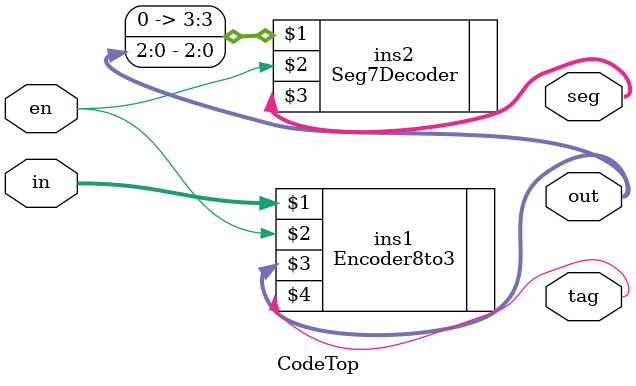
<source format=v>
module CodeTop(
    input [7:0] in,
    input en,
    output [2:0] out,
    output tag,
    output [6:0] seg
);
    Encoder8to3 ins1(in,en,out,tag);
    Seg7Decoder ins2({1'b0, out},en,seg);
endmodule // CodeTop

</source>
